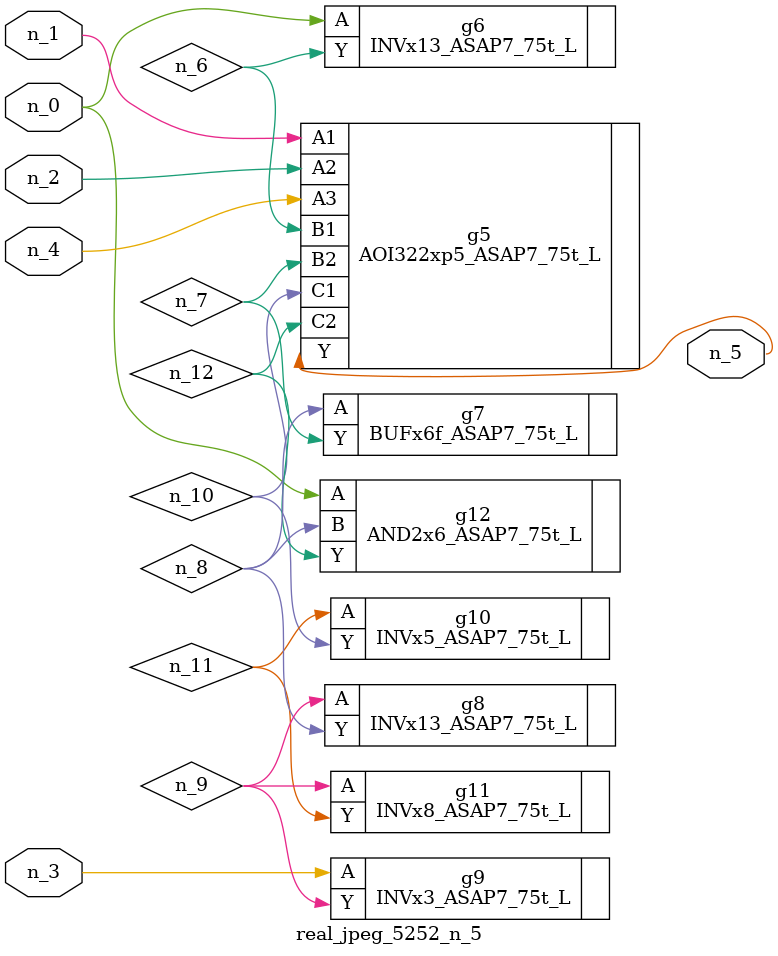
<source format=v>
module real_jpeg_5252_n_5 (n_4, n_0, n_1, n_2, n_3, n_5);

input n_4;
input n_0;
input n_1;
input n_2;
input n_3;

output n_5;

wire n_12;
wire n_8;
wire n_11;
wire n_6;
wire n_7;
wire n_10;
wire n_9;

INVx13_ASAP7_75t_L g6 ( 
.A(n_0),
.Y(n_6)
);

AND2x6_ASAP7_75t_L g12 ( 
.A(n_0),
.B(n_8),
.Y(n_12)
);

AOI322xp5_ASAP7_75t_L g5 ( 
.A1(n_1),
.A2(n_2),
.A3(n_4),
.B1(n_6),
.B2(n_7),
.C1(n_10),
.C2(n_12),
.Y(n_5)
);

INVx3_ASAP7_75t_L g9 ( 
.A(n_3),
.Y(n_9)
);

BUFx6f_ASAP7_75t_L g7 ( 
.A(n_8),
.Y(n_7)
);

INVx13_ASAP7_75t_L g8 ( 
.A(n_9),
.Y(n_8)
);

INVx8_ASAP7_75t_L g11 ( 
.A(n_9),
.Y(n_11)
);

INVx5_ASAP7_75t_L g10 ( 
.A(n_11),
.Y(n_10)
);


endmodule
</source>
